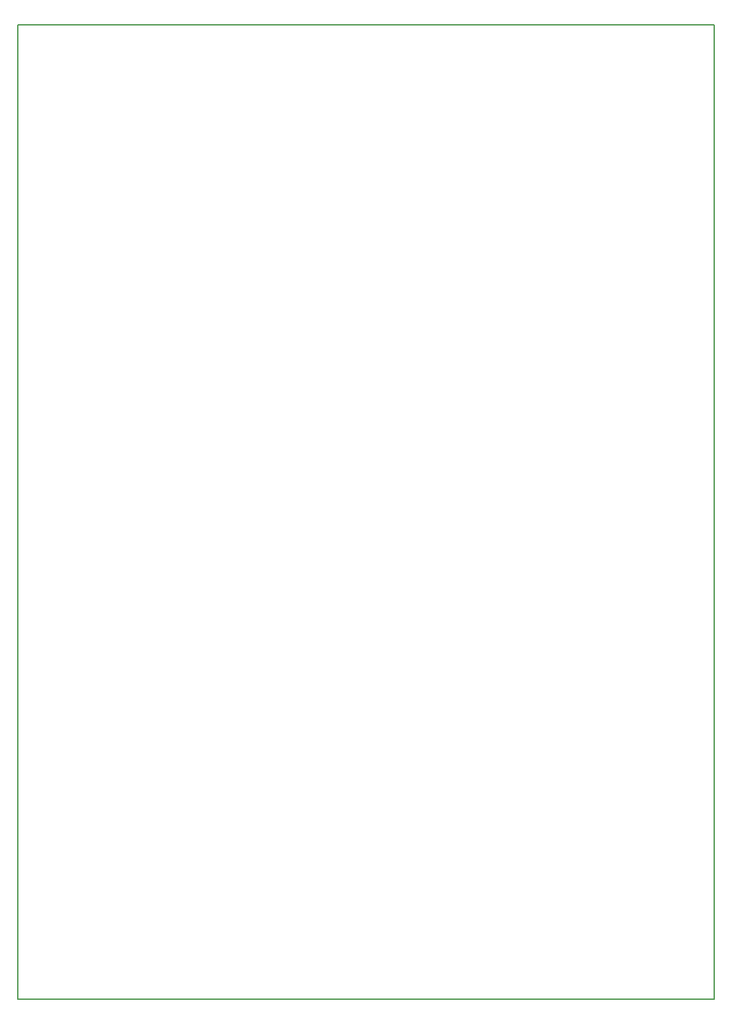
<source format=gbr>
%TF.GenerationSoftware,KiCad,Pcbnew,(5.1.10)-1*%
%TF.CreationDate,2021-10-19T20:43:56-03:00*%
%TF.ProjectId,placa_controle,706c6163-615f-4636-9f6e-74726f6c652e,rev?*%
%TF.SameCoordinates,Original*%
%TF.FileFunction,Profile,NP*%
%FSLAX46Y46*%
G04 Gerber Fmt 4.6, Leading zero omitted, Abs format (unit mm)*
G04 Created by KiCad (PCBNEW (5.1.10)-1) date 2021-10-19 20:43:56*
%MOMM*%
%LPD*%
G01*
G04 APERTURE LIST*
%TA.AperFunction,Profile*%
%ADD10C,0.150000*%
%TD*%
G04 APERTURE END LIST*
D10*
X55880000Y-165100000D02*
X55880000Y-35560000D01*
X148590000Y-165100000D02*
X55880000Y-165100000D01*
X148590000Y-35560000D02*
X148590000Y-165100000D01*
X55880000Y-35560000D02*
X148590000Y-35560000D01*
M02*

</source>
